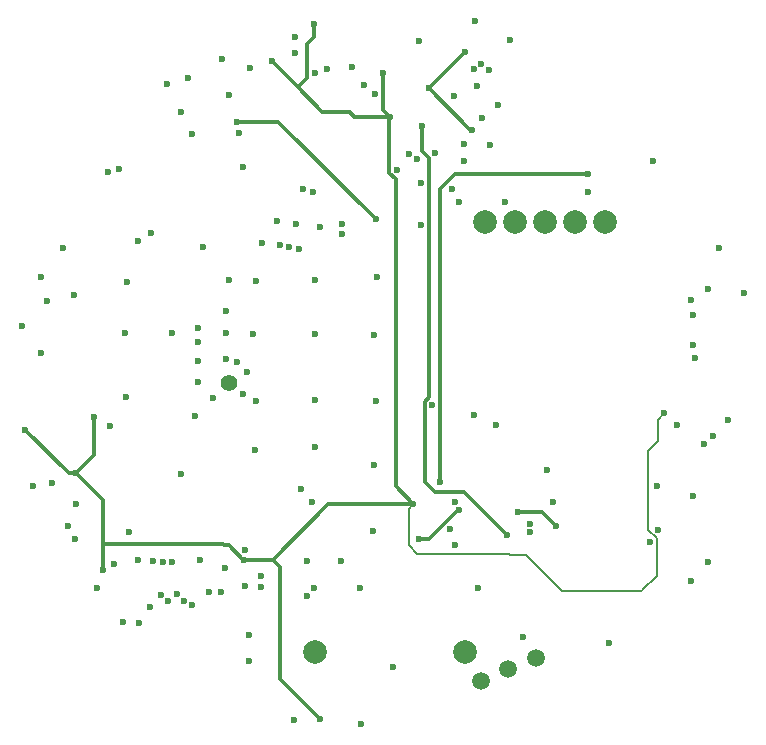
<source format=gbr>
%TF.GenerationSoftware,KiCad,Pcbnew,9.0.0*%
%TF.CreationDate,2025-03-02T11:40:43+01:00*%
%TF.ProjectId,relativeGPS,72656c61-7469-4766-9547-50532e6b6963,rev?*%
%TF.SameCoordinates,Original*%
%TF.FileFunction,Copper,L3,Inr*%
%TF.FilePolarity,Positive*%
%FSLAX46Y46*%
G04 Gerber Fmt 4.6, Leading zero omitted, Abs format (unit mm)*
G04 Created by KiCad (PCBNEW 9.0.0) date 2025-03-02 11:40:43*
%MOMM*%
%LPD*%
G01*
G04 APERTURE LIST*
%TA.AperFunction,ComponentPad*%
%ADD10C,1.500000*%
%TD*%
%TA.AperFunction,ComponentPad*%
%ADD11C,1.400000*%
%TD*%
%TA.AperFunction,ComponentPad*%
%ADD12C,2.000000*%
%TD*%
%TA.AperFunction,ViaPad*%
%ADD13C,0.600000*%
%TD*%
%TA.AperFunction,Conductor*%
%ADD14C,0.300000*%
%TD*%
%TA.AperFunction,Conductor*%
%ADD15C,0.150000*%
%TD*%
G04 APERTURE END LIST*
D10*
%TO.N,unconnected-(SW1-Pad1)*%
%TO.C,SW1*%
X107708353Y-125246951D03*
%TO.N,+BATT*%
X110055007Y-124274935D03*
%TO.N,+3V0*%
X112401661Y-123302919D03*
%TD*%
D11*
%TO.N,Net-(ANT1-Pad1)*%
%TO.C,ANT1*%
X86415000Y-100015000D03*
%TD*%
D12*
%TO.N,GND*%
%TO.C,U10*%
X118230000Y-86400000D03*
%TO.N,/RYLR998_TX*%
X115690000Y-86400000D03*
%TO.N,/RYLR998_RX*%
X113150000Y-86400000D03*
%TO.N,/RYLR998_NRST*%
X110610000Y-86400000D03*
%TO.N,Net-(U10-VDD)*%
X108070000Y-86400000D03*
%TD*%
%TO.N,+BATT*%
%TO.C,B7*%
X106350000Y-122850000D03*
%TO.N,GND*%
X93700000Y-122850000D03*
%TD*%
D13*
%TO.N,GND*%
X113800000Y-110100000D03*
X76300000Y-103700000D03*
X93700000Y-95900000D03*
X105500000Y-110100000D03*
X125700000Y-94300000D03*
X88700000Y-91400000D03*
X100300000Y-124100000D03*
X109200000Y-76500000D03*
X109000000Y-103600000D03*
X111899999Y-112000000D03*
X96800000Y-73300000D03*
X106300000Y-81300000D03*
X93700000Y-105500000D03*
X97500000Y-117400000D03*
X100600000Y-82000000D03*
X103600000Y-101900000D03*
X93700000Y-91300000D03*
X113300000Y-107400000D03*
X127900000Y-88600000D03*
X93700000Y-101500000D03*
X73400000Y-110300000D03*
X92500000Y-109000000D03*
X71400000Y-108500000D03*
X108412960Y-73530726D03*
X81600000Y-95800000D03*
X83786799Y-96550000D03*
X85000000Y-101300000D03*
X88700000Y-101600000D03*
X83800000Y-95400000D03*
X70500000Y-97500000D03*
X102500000Y-71100000D03*
X107500000Y-117400000D03*
X86100000Y-98000000D03*
X77700000Y-101200000D03*
X86100000Y-95800000D03*
X77900000Y-112700000D03*
X83800000Y-98200000D03*
X111899999Y-112700000D03*
X91900000Y-128600000D03*
X105430511Y-75725000D03*
X87200000Y-78900000D03*
X92000000Y-72100000D03*
X93400000Y-110100000D03*
X92001985Y-70775000D03*
X82300000Y-107800000D03*
X106300000Y-79800000D03*
X105100000Y-112400000D03*
X107430511Y-74950000D03*
X108500000Y-79900000D03*
X69800000Y-108800000D03*
X87900000Y-99100000D03*
X72300000Y-88600000D03*
X116800000Y-83900000D03*
X88600000Y-105700000D03*
X75200000Y-117400000D03*
X98700000Y-107000000D03*
X79705380Y-119005381D03*
X128656587Y-103156587D03*
X111300000Y-121600000D03*
X77800000Y-91500000D03*
X77100000Y-81900000D03*
X73350000Y-113275000D03*
X83800000Y-100000000D03*
X125700000Y-96800000D03*
X87600000Y-101000000D03*
X98800000Y-101600000D03*
X87100000Y-98300000D03*
X107800000Y-77600000D03*
X97600000Y-128900000D03*
X82300000Y-77100000D03*
X86400000Y-91300000D03*
X118550000Y-122100000D03*
X89100000Y-116400000D03*
X98600000Y-112600000D03*
X83550000Y-102850000D03*
X89200000Y-88200000D03*
X103800000Y-80600000D03*
X72800000Y-112125000D03*
X125700000Y-109650000D03*
X87713096Y-117277379D03*
X122300000Y-81300000D03*
X84200000Y-88500000D03*
X98900000Y-91100000D03*
X98700000Y-96000000D03*
X87709620Y-114190380D03*
X77600000Y-95800000D03*
X86100000Y-94000000D03*
X88400000Y-95900000D03*
%TO.N,+5V*%
X105900000Y-110800000D03*
X114099999Y-112200000D03*
X102500000Y-113300000D03*
X110899999Y-111000000D03*
%TO.N,/GPS/3V3_TESEO_FILTERED*%
X83300000Y-79000000D03*
%TO.N,+1V8*%
X103300000Y-75100000D03*
X106400000Y-72000000D03*
X107000000Y-78600000D03*
%TO.N,+3.3V*%
X74975000Y-102900000D03*
X90000000Y-72800000D03*
X93600000Y-69625000D03*
X94100000Y-128500000D03*
X123250000Y-102600000D03*
X99400000Y-73800000D03*
X87700000Y-115000000D03*
X100000000Y-77500000D03*
X75700000Y-115900000D03*
X102000000Y-110300000D03*
X69150000Y-104000000D03*
X73400000Y-107700000D03*
X124300000Y-103650000D03*
%TO.N,/3V3_RYLR_EN*%
X105500000Y-113800000D03*
X83900000Y-115000000D03*
X93600000Y-117400000D03*
%TO.N,/3V3_TESEO_EN*%
X93000000Y-118100000D03*
X107100000Y-102800000D03*
X89100000Y-117300000D03*
%TO.N,/SCL*%
X78722044Y-115000000D03*
X93500000Y-83900000D03*
X78700000Y-88050000D03*
X98750000Y-75600000D03*
%TO.N,/SDA*%
X97800000Y-74800000D03*
X79800000Y-87350000D03*
X76696987Y-115359231D03*
X92646270Y-83650311D03*
%TO.N,/MAG_ACC_INT1*%
X101600000Y-80700000D03*
X107100000Y-73500000D03*
X91500000Y-88506587D03*
%TO.N,/MAG_ACC_DRDY*%
X90680252Y-88393745D03*
%TO.N,/MAG_ACC_INT2*%
X102350000Y-81100000D03*
X107767170Y-73058541D03*
X92303686Y-88695497D03*
%TO.N,/TESEO_RX*%
X73300000Y-92600000D03*
%TO.N,/TESEO_TX*%
X76175000Y-82200000D03*
%TO.N,/NRST*%
X80000000Y-115100000D03*
X82000000Y-117900000D03*
%TO.N,/UART_RX*%
X125550000Y-93000000D03*
X81197995Y-118531773D03*
X81595624Y-115202621D03*
X126606587Y-105206587D03*
%TO.N,/1V8_ACC_MAG_EN*%
X95900000Y-115100000D03*
X102650000Y-86700000D03*
X93000000Y-115100000D03*
%TO.N,/RYLR998_RX*%
X105300000Y-83600000D03*
%TO.N,/RYLR998_TX*%
X105900000Y-84700000D03*
X109724087Y-84700913D03*
%TO.N,/UART_TX*%
X80795922Y-115180699D03*
X80600000Y-118000000D03*
X126950000Y-92100000D03*
X127350000Y-104550000D03*
%TO.N,/SWDIO*%
X82584456Y-118492228D03*
X86013973Y-115686027D03*
%TO.N,/SWCLK*%
X84700000Y-117775000D03*
X122706587Y-112493413D03*
X125850000Y-97900000D03*
X122025000Y-113500000D03*
X83300000Y-118850000D03*
X122600000Y-108750000D03*
%TO.N,/SD_DAT0*%
X93700000Y-73800000D03*
%TO.N,/SD_DAT3*%
X88200000Y-73400000D03*
X96000000Y-86600000D03*
X92100000Y-86600000D03*
%TO.N,/SD_CMD*%
X87600000Y-81800000D03*
%TO.N,/SD_DETECT*%
X94077360Y-86850000D03*
X102650000Y-83100000D03*
%TO.N,/SD_DAT1*%
X94700000Y-73500000D03*
%TO.N,/SD_DAT2*%
X86400000Y-75700000D03*
X90475001Y-86355839D03*
X95924999Y-87396479D03*
%TO.N,Net-(D2-DOUT)*%
X125500000Y-116850000D03*
X126950000Y-115200000D03*
%TO.N,Net-(D4-DOUT)*%
X110200000Y-71050000D03*
X107200000Y-69400000D03*
%TO.N,Net-(D5-DOUT)*%
X81150000Y-74750000D03*
X82900000Y-74250000D03*
%TO.N,Net-(D6-DOUT)*%
X68850000Y-95250000D03*
X71000000Y-93100000D03*
%TO.N,Net-(D7-DOUT)*%
X78750000Y-120350000D03*
X77450000Y-120300000D03*
%TO.N,/BUTTON_1*%
X70500000Y-91100000D03*
%TO.N,/BUTTON_2*%
X130000000Y-92450000D03*
%TO.N,/LED_DATA*%
X85750000Y-117775000D03*
X88100000Y-121400000D03*
X88100000Y-123600000D03*
%TO.N,+3V0*%
X109900000Y-112950000D03*
X102700000Y-78300000D03*
%TO.N,Net-(CN4-CLK)*%
X85800000Y-72600000D03*
%TO.N,+3.3V_GPS*%
X98800000Y-86200000D03*
X87113377Y-77935881D03*
%TO.N,+3.3V_LORA*%
X104300000Y-108400000D03*
X116800000Y-82400000D03*
%TD*%
D14*
%TO.N,+5V*%
X103300000Y-113300000D02*
X104450000Y-112150000D01*
X105780761Y-110800000D02*
X105900000Y-110800000D01*
X114099999Y-112200000D02*
X112899999Y-111000000D01*
X104450000Y-112150000D02*
X104450000Y-112130761D01*
X112899999Y-111000000D02*
X110899999Y-111000000D01*
X104450000Y-112130761D02*
X105780761Y-110800000D01*
X102500000Y-113300000D02*
X103300000Y-113300000D01*
%TO.N,+1V8*%
X103300000Y-75100000D02*
X106800000Y-78600000D01*
X103300000Y-75100000D02*
X106400000Y-72000000D01*
X106800000Y-78600000D02*
X107000000Y-78600000D01*
%TO.N,+3.3V*%
X93000000Y-71392254D02*
X93000000Y-74200000D01*
X75700000Y-110000000D02*
X75700000Y-113700000D01*
X87600000Y-115000000D02*
X86400000Y-113800000D01*
X96600000Y-77100000D02*
X94300000Y-77100000D01*
X94800000Y-110300000D02*
X102000000Y-110300000D01*
D15*
X116300000Y-117700000D02*
X114600000Y-117700000D01*
D14*
X93600000Y-69625000D02*
X93600000Y-70792254D01*
X90100000Y-115000000D02*
X90700000Y-115600000D01*
X100500000Y-82819239D02*
X99950000Y-82269239D01*
D15*
X122600000Y-113200000D02*
X122600000Y-116400000D01*
X113800000Y-116900000D02*
X111500000Y-114600000D01*
X102300000Y-114500000D02*
X110100000Y-114500000D01*
D14*
X72850000Y-107700000D02*
X73400000Y-107700000D01*
D15*
X121900000Y-109200000D02*
X121900000Y-112500000D01*
D14*
X94300000Y-77100000D02*
X92200000Y-75000000D01*
D15*
X110100000Y-114500000D02*
X110150000Y-114550000D01*
D14*
X100500000Y-108800000D02*
X100500000Y-82819239D01*
D15*
X122600000Y-116400000D02*
X121400000Y-117600000D01*
X102000000Y-110300000D02*
X101600000Y-110700000D01*
D14*
X85900000Y-113700000D02*
X75700000Y-113700000D01*
D15*
X111500000Y-114600000D02*
X110800000Y-114600000D01*
X123250000Y-102600000D02*
X122700000Y-103150000D01*
D14*
X99400000Y-76900000D02*
X100000000Y-77500000D01*
D15*
X121900000Y-105800000D02*
X121900000Y-109200000D01*
X121900000Y-112500000D02*
X122600000Y-113200000D01*
D14*
X86400000Y-113800000D02*
X86000000Y-113800000D01*
X99950000Y-82269239D02*
X99950000Y-77550000D01*
X92200000Y-75000000D02*
X90000000Y-72800000D01*
X99950000Y-77550000D02*
X100000000Y-77500000D01*
D15*
X101600000Y-110700000D02*
X101600000Y-113800000D01*
D14*
X74975000Y-106125000D02*
X73400000Y-107700000D01*
X69150000Y-104000000D02*
X72850000Y-107700000D01*
X73400000Y-107700000D02*
X75700000Y-110000000D01*
X74975000Y-102900000D02*
X74975000Y-106125000D01*
X97000000Y-77500000D02*
X96600000Y-77100000D01*
D15*
X121400000Y-117600000D02*
X121300000Y-117700000D01*
D14*
X99400000Y-73800000D02*
X99400000Y-76900000D01*
D15*
X110200000Y-114600000D02*
X110150000Y-114550000D01*
X101600000Y-113800000D02*
X102300000Y-114500000D01*
X110800000Y-114600000D02*
X110200000Y-114600000D01*
D14*
X86000000Y-113800000D02*
X85900000Y-113700000D01*
X90700000Y-125100000D02*
X94100000Y-128500000D01*
X100000000Y-77500000D02*
X97000000Y-77500000D01*
D15*
X122700000Y-105000000D02*
X121900000Y-105800000D01*
D14*
X75700000Y-113700000D02*
X75700000Y-115900000D01*
X93600000Y-70792254D02*
X93000000Y-71392254D01*
X90100000Y-115000000D02*
X94800000Y-110300000D01*
X90100000Y-115000000D02*
X87700000Y-115000000D01*
D15*
X122700000Y-103150000D02*
X122700000Y-105000000D01*
X114600000Y-117700000D02*
X113800000Y-116900000D01*
D14*
X93000000Y-74200000D02*
X92200000Y-75000000D01*
X87700000Y-115000000D02*
X87600000Y-115000000D01*
D15*
X121300000Y-117700000D02*
X116300000Y-117700000D01*
D14*
X102000000Y-110300000D02*
X100500000Y-108800000D01*
X90700000Y-115600000D02*
X90700000Y-125100000D01*
%TO.N,+3V0*%
X102700000Y-78300000D02*
X102700000Y-80419239D01*
X102950000Y-108450000D02*
X103800000Y-109300000D01*
X103800000Y-109300000D02*
X106250000Y-109300000D01*
X106250000Y-109300000D02*
X109900000Y-112950000D01*
X102700000Y-80419239D02*
X103300000Y-81019239D01*
X103300000Y-101280761D02*
X102950000Y-101630761D01*
X102950000Y-101630761D02*
X102950000Y-108450000D01*
X103300000Y-81019239D02*
X103300000Y-101280761D01*
%TO.N,+3.3V_GPS*%
X87113377Y-77935881D02*
X90535881Y-77935881D01*
X90535881Y-77935881D02*
X98800000Y-86200000D01*
%TO.N,+3.3V_LORA*%
X104300000Y-83600000D02*
X105500000Y-82400000D01*
X104300000Y-108400000D02*
X104300000Y-83600000D01*
X105500000Y-82400000D02*
X116800000Y-82400000D01*
%TD*%
M02*

</source>
